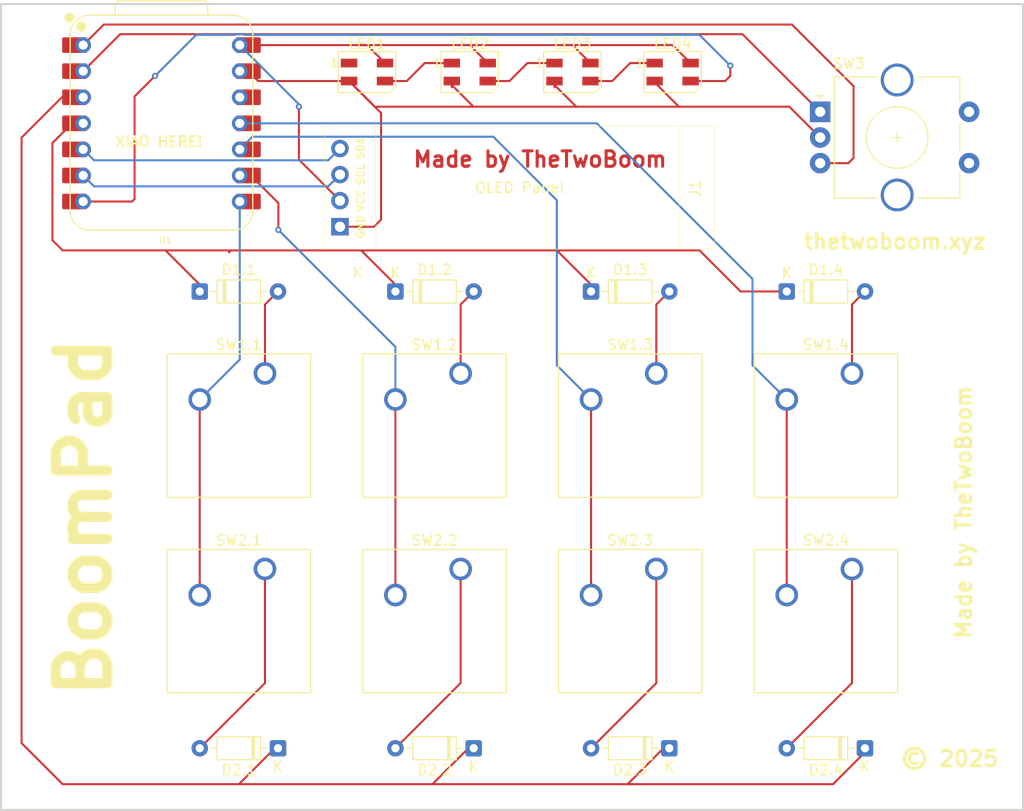
<source format=kicad_pcb>
(kicad_pcb (version 20241229) (generator "pcbnew") (generator_version "9.0")
  (layers (0 "F.Cu" signal) (2 "B.Cu" signal) (13 "F.Paste" user) (15 "B.Paste" user) (5 "F.SilkS" user "F.Silkscreen") (7 "B.SilkS" user "B.Silkscreen") (1 "F.Mask" user) (3 "B.Mask" user) (25 "Edge.Cuts" user))
  (net 0 "")
  (net 1 "+5V")
  (net 2 "GND")
  (net 3 "SCL")
  (net 4 "SDA")
  (net 5 "Net-(U1-GPIO1{slash}RX)")
  (net 6 "Net-(U1-GPIO2{slash}SCK)")
  (net 7 "Net-(U1-GPIO4{slash}MISO)")
  (net 8 "Net-(U1-GPIO26{slash}ADC0{slash}A0)")
  (net 9 "Net-(U1-GPIO27{slash}ADC1{slash}A1)")
  (net 10 "Net-(U1-GPIO3{slash}MOSI)")
  (net 13 "Net-(D1.1-K)")
  (net 14 "Net-(D1.1-A)")
  (net 15 "Net-(D1.2-A)")
  (net 16 "Net-(D1.3-A)")
  (net 17 "Net-(D1.4-A)")
  (net 18 "Net-(D2.1-A)")
  (net 19 "Net-(D2.1-K)")
  (net 20 "Net-(D2.2-A)")
  (net 21 "Net-(D2.3-A)")
  (net 22 "Net-(D2.4-A)")
  (net 24 "Net-(LED1-DIN)")
  (net 25 "Net-(LED2-DIN)")
  (net 26 "Net-(LED3-DIN)")
  (net 27 "Net-(LED4-DIN)")
  (footprint "Diode_THT:D_DO-35_SOD27_P7.62mm_Horizontal" (layer "F.Cu") (at 110.96625 150.5 180)
    (property "Reference" "D2.1" (at 3.81 -2.12 0) (layer "F.SilkS"))
    (property "Value" "1N4148" (hide yes))
    (fp_line (start 6.58 0) (end 5.93 0) (stroke (width 0.12)) (layer "F.SilkS"))
    (fp_line (start 2.53 -1.12) (end 2.53 1.12) (stroke (width 0.12)) (layer "F.SilkS"))
    (fp_line (start 2.41 -1.12) (end 2.41 1.12) (stroke (width 0.12)) (layer "F.SilkS"))
    (fp_line (start 2.29 -1.12) (end 2.29 1.12) (stroke (width 0.12)) (layer "F.SilkS"))
    (fp_line (start 1.04 0) (end 1.69 0) (stroke (width 0.12)) (layer "F.SilkS"))
    (fp_rect (start 1.69 -1.12) (end 5.93 1.12) (stroke (width 0.12)) (fill no) (layer "F.SilkS"))
    (fp_text user "K" (at 0 -1.8 0) (layer "F.SilkS"))
    (pad "1" thru_hole roundrect (at 0 0 180) (size 1.6 1.6) (drill 0.8) (layers "*.Cu" "*.Mask") (roundrect_rratio 0.15625) (net 19 "Net-(D2.1-K)"))
    (pad "2" thru_hole circle (at 7.62 0 180) (size 1.6 1.6) (drill 0.8) (layers "*.Cu" "*.Mask") (net 18 "Net-(D2.1-A)"))
  )
  (footprint "Button_Switch_Keyboard:SW_Cherry_MX_1.00u_PCB" (layer "F.Cu") (at 109.69625 133.0325)
    (property "Reference" "SW2.1" (at -2.54 -2.794 0) (layer "F.SilkS"))
    (property "Value" "SW_Push")
    (fp_line (start -9.525 -1.905) (end 4.445 -1.905) (stroke (width 0.12)) (layer "F.SilkS"))
    (fp_line (start -9.525 12.065) (end -9.525 -1.905) (stroke (width 0.12)) (layer "F.SilkS"))
    (fp_line (start 4.445 -1.905) (end 4.445 12.065) (stroke (width 0.12)) (layer "F.SilkS"))
    (fp_line (start 4.445 12.065) (end -9.525 12.065) (stroke (width 0.12)) (layer "F.SilkS"))
    (pad "" np_thru_hole circle (at -7.62 5.08) (size 1.7 1.7) (drill 1.7) (layers "*.Cu" "*.Mask"))
    (pad "" np_thru_hole circle (at -2.54 5.08) (size 4 4) (drill 4) (layers "*.Cu" "*.Mask"))
    (pad "" np_thru_hole circle (at 2.54 5.08) (size 1.7 1.7) (drill 1.7) (layers "*.Cu" "*.Mask"))
    (pad "1" thru_hole circle (at 0 0) (size 2.2 2.2) (drill 1.5) (layers "*.Cu" "*.Mask") (net 18 "Net-(D2.1-A)"))
    (pad "2" thru_hole circle (at -6.35 2.54) (size 2.2 2.2) (drill 1.5) (layers "*.Cu" "*.Mask") (net 5 "Net-(U1-GPIO1{slash}RX)"))
  )
  (footprint "Diode_THT:D_DO-35_SOD27_P7.62mm_Horizontal" (layer "F.Cu") (at 149.06625 150.5 180)
    (property "Reference" "D2.3" (at 3.81 -2.12 0) (layer "F.SilkS"))
    (property "Value" "1N4148" (hide yes))
    (fp_line (start 6.58 0) (end 5.93 0) (stroke (width 0.12)) (layer "F.SilkS"))
    (fp_line (start 2.53 -1.12) (end 2.53 1.12) (stroke (width 0.12)) (layer "F.SilkS"))
    (fp_line (start 2.41 -1.12) (end 2.41 1.12) (stroke (width 0.12)) (layer "F.SilkS"))
    (fp_line (start 2.29 -1.12) (end 2.29 1.12) (stroke (width 0.12)) (layer "F.SilkS"))
    (fp_line (start 1.04 0) (end 1.69 0) (stroke (width 0.12)) (layer "F.SilkS"))
    (fp_rect (start 1.69 -1.12) (end 5.93 1.12) (stroke (width 0.12)) (fill no) (layer "F.SilkS"))
    (fp_text user "K" (at 0 -1.8 0) (layer "F.SilkS"))
    (pad "1" thru_hole roundrect (at 0 0 180) (size 1.6 1.6) (drill 0.8) (layers "*.Cu" "*.Mask") (roundrect_rratio 0.15625) (net 19 "Net-(D2.1-K)"))
    (pad "2" thru_hole circle (at 7.62 0 180) (size 1.6 1.6) (drill 0.8) (layers "*.Cu" "*.Mask") (net 21 "Net-(D2.3-A)"))
  )
  (footprint "Diode_THT:D_DO-35_SOD27_P7.62mm_Horizontal" (layer "F.Cu") (at 168.11625 150.5 180)
    (property "Reference" "D2.4" (at 3.81 -2.12 0) (layer "F.SilkS"))
    (property "Value" "1N4148" (hide yes))
    (fp_line (start 6.58 0) (end 5.93 0) (stroke (width 0.12)) (layer "F.SilkS"))
    (fp_line (start 2.53 -1.12) (end 2.53 1.12) (stroke (width 0.12)) (layer "F.SilkS"))
    (fp_line (start 2.41 -1.12) (end 2.41 1.12) (stroke (width 0.12)) (layer "F.SilkS"))
    (fp_line (start 2.29 -1.12) (end 2.29 1.12) (stroke (width 0.12)) (layer "F.SilkS"))
    (fp_line (start 1.04 0) (end 1.69 0) (stroke (width 0.12)) (layer "F.SilkS"))
    (fp_rect (start 1.69 -1.12) (end 5.93 1.12) (stroke (width 0.12)) (fill no) (layer "F.SilkS"))
    (fp_text user "K" (at 0 -1.8 0) (layer "F.SilkS"))
    (pad "1" thru_hole roundrect (at 0 0 180) (size 1.6 1.6) (drill 0.8) (layers "*.Cu" "*.Mask") (roundrect_rratio 0.15625) (net 19 "Net-(D2.1-K)"))
    (pad "2" thru_hole circle (at 7.62 0 180) (size 1.6 1.6) (drill 0.8) (layers "*.Cu" "*.Mask") (net 22 "Net-(D2.4-A)"))
  )
  (footprint "Button_Switch_Keyboard:SW_Cherry_MX_1.00u_PCB" (layer "F.Cu") (at 166.84625 133.0325)
    (property "Reference" "SW2.4" (at -2.54 -2.794 0) (layer "F.SilkS"))
    (property "Value" "SW_Push")
    (fp_line (start -9.525 -1.905) (end 4.445 -1.905) (stroke (width 0.12)) (layer "F.SilkS"))
    (fp_line (start -9.525 12.065) (end -9.525 -1.905) (stroke (width 0.12)) (layer "F.SilkS"))
    (fp_line (start 4.445 -1.905) (end 4.445 12.065) (stroke (width 0.12)) (layer "F.SilkS"))
    (fp_line (start 4.445 12.065) (end -9.525 12.065) (stroke (width 0.12)) (layer "F.SilkS"))
    (pad "" np_thru_hole circle (at -7.62 5.08) (size 1.7 1.7) (drill 1.7) (layers "*.Cu" "*.Mask"))
    (pad "" np_thru_hole circle (at -2.54 5.08) (size 4 4) (drill 4) (layers "*.Cu" "*.Mask"))
    (pad "" np_thru_hole circle (at 2.54 5.08) (size 1.7 1.7) (drill 1.7) (layers "*.Cu" "*.Mask"))
    (pad "1" thru_hole circle (at 0 0) (size 2.2 2.2) (drill 1.5) (layers "*.Cu" "*.Mask") (net 22 "Net-(D2.4-A)"))
    (pad "2" thru_hole circle (at -6.35 2.54) (size 2.2 2.2) (drill 1.5) (layers "*.Cu" "*.Mask") (net 10 "Net-(U1-GPIO3{slash}MOSI)"))
  )
  (footprint "Diode_THT:D_DO-35_SOD27_P7.62mm_Horizontal" (layer "F.Cu") (at 141.44625 106)
    (property "Reference" "D1.3" (at 3.81 -2.12 0) (layer "F.SilkS"))
    (property "Value" "1N4148" (hide yes))
    (fp_line (start 1.04 0) (end 1.69 0) (stroke (width 0.12)) (layer "F.SilkS"))
    (fp_line (start 2.29 -1.12) (end 2.29 1.12) (stroke (width 0.12)) (layer "F.SilkS"))
    (fp_line (start 2.41 -1.12) (end 2.41 1.12) (stroke (width 0.12)) (layer "F.SilkS"))
    (fp_line (start 2.53 -1.12) (end 2.53 1.12) (stroke (width 0.12)) (layer "F.SilkS"))
    (fp_line (start 6.58 0) (end 5.93 0) (stroke (width 0.12)) (layer "F.SilkS"))
    (fp_rect (start 1.69 -1.12) (end 5.93 1.12) (stroke (width 0.12)) (fill no) (layer "F.SilkS"))
    (fp_text user "K" (at 0 -1.8 0) (layer "F.SilkS"))
    (pad "1" thru_hole roundrect (at 0 0) (size 1.6 1.6) (drill 0.8) (layers "*.Cu" "*.Mask") (roundrect_rratio 0.15625) (net 13 "Net-(D1.1-K)"))
    (pad "2" thru_hole circle (at 7.62 0) (size 1.6 1.6) (drill 0.8) (layers "*.Cu" "*.Mask") (net 16 "Net-(D1.3-A)"))
  )
  (footprint "LED_SMD:LED_SK6812MINI_PLCC4_3.5x3.5mm_P1.75mm" (layer "F.Cu") (at 149.385 84.625)
    (property "Reference" "LED4" (at 0 -2.75 0) (layer "F.SilkS"))
    (property "Value" "SK6812MINI")
    (fp_line (start -2.8 -2) (end -2.8 2) (stroke (width 0.12)) (layer "F.SilkS"))
    (fp_line (start -2.8 -2) (end 2.8 -2) (stroke (width 0.12)) (layer "F.SilkS"))
    (fp_line (start -2.8 2) (end 2.2 2) (stroke (width 0.12)) (layer "F.SilkS"))
    (fp_line (start 2.8 1.4) (end 2.2 2) (stroke (width 0.12)) (layer "F.SilkS"))
    (fp_line (start 2.8 1.4) (end 2.8 -2) (stroke (width 0.12)) (layer "F.SilkS"))
    (fp_text user "1" (at -3.2 -0.875 0) (layer "F.SilkS") (effects (font (size 0.8 0.8))))
    (pad "1" smd rect (at -1.75 -0.875) (size 1.6 0.85) (layers "F.Cu" "F.Mask" "F.Paste") (net 26 "Net-(LED3-DIN)"))
    (pad "2" smd rect (at -1.75 0.875) (size 1.6 0.85) (layers "F.Cu" "F.Mask" "F.Paste") (net 2 "GND"))
    (pad "3" smd rect (at 1.75 0.875) (size 1.6 0.85) (layers "F.Cu" "F.Mask" "F.Paste") (net 27 "Net-(LED4-DIN)"))
    (pad "4" smd rect (at 1.75 -0.875) (size 1.6 0.85) (layers "F.Cu" "F.Mask" "F.Paste") (net 1 "+5V"))
  )
  (footprint "Diode_THT:D_DO-35_SOD27_P7.62mm_Horizontal" (layer "F.Cu") (at 103.34625 106)
    (property "Reference" "D1.1" (at 3.81 -2.12 0) (layer "F.SilkS"))
    (property "Value" "1N4148" (hide yes))
    (fp_line (start 1.04 0) (end 1.69 0) (stroke (width 0.12)) (layer "F.SilkS"))
    (fp_line (start 2.29 -1.12) (end 2.29 1.12) (stroke (width 0.12)) (layer "F.SilkS"))
    (fp_line (start 2.41 -1.12) (end 2.41 1.12) (stroke (width 0.12)) (layer "F.SilkS"))
    (fp_line (start 2.53 -1.12) (end 2.53 1.12) (stroke (width 0.12)) (layer "F.SilkS"))
    (fp_line (start 6.58 0) (end 5.93 0) (stroke (width 0.12)) (layer "F.SilkS"))
    (fp_rect (start 1.69 -1.12) (end 5.93 1.12) (stroke (width 0.12)) (fill no) (layer "F.SilkS"))
    (fp_text user "K" (at 15.385 -1.8 0) (layer "F.SilkS"))
    (pad "1" thru_hole roundrect (at 0 0) (size 1.6 1.6) (drill 0.8) (layers "*.Cu" "*.Mask") (roundrect_rratio 0.15625) (net 13 "Net-(D1.1-K)"))
    (pad "2" thru_hole circle (at 7.62 0) (size 1.6 1.6) (drill 0.8) (layers "*.Cu" "*.Mask") (net 14 "Net-(D1.1-A)"))
  )
  (footprint "OLED_Display:SSD1306-0.91-OLED-4pin-128x32" (layer "F.Cu") (at 153.5 101.885 180)
    (property "Reference" "J1" (at 1.9 5.91 90) (layer "F.SilkS"))
    (property "Value" "Conn_01x04_Pin" (hide yes))
    (fp_line (start 38 12) (end 38 0) (stroke (width 0.04)) (layer "F.SilkS"))
    (fp_line (start 38 0) (end 0 0) (stroke (width 0.04)) (layer "F.SilkS"))
    (fp_line (start 33 0) (end 33 12) (stroke (width 0.04)) (layer "F.SilkS"))
    (fp_line (start 3.5 0) (end 3.5 12) (stroke (width 0.04)) (layer "F.SilkS"))
    (fp_line (start 0 12) (end 38 12) (stroke (width 0.04)) (layer "F.SilkS"))
    (fp_line (start 0 0) (end 0 12) (stroke (width 0.04)) (layer "F.SilkS"))
    (fp_text user "VCC" (at 34.5 4.73 90) (layer "F.SilkS") (effects (font (size 0.75 0.75))))
    (fp_text user "SDA" (at 34.5 9.81 90) (layer "F.SilkS") (effects (font (size 0.75 0.75))))
    (fp_text user "SCL" (at 34.5 7.27 90) (layer "F.SilkS") (effects (font (size 0.75 0.75))))
    (fp_text user "GND" (at 34.5 2.19 90) (layer "F.SilkS") (effects (font (size 0.75 0.75))))
    (fp_text user "OLED Panel" (at 19 6 0) (layer "F.SilkS"))
    (pad "1" thru_hole rect (at 36.5 2.19 180) (size 1.7 1.7) (drill 1) (layers "*.Cu" "*.Mask") (net 2 "GND"))
    (pad "2" thru_hole oval (at 36.5 4.73 180) (size 1.7 1.7) (drill 1) (layers "*.Cu" "*.Mask") (net 1 "+5V"))
    (pad "3" thru_hole oval (at 36.5 7.27 180) (size 1.7 1.7) (drill 1) (layers "*.Cu" "*.Mask") (net 3 "SCL"))
    (pad "4" thru_hole oval (at 36.5 9.81 180) (size 1.7 1.7) (drill 1) (layers "*.Cu" "*.Mask") (net 4 "SDA"))
  )
  (footprint "Rotary_Encoder:RotaryEncoder_Alps_EC11E-Switch_Vertical_H20mm_CircularMountingHoles" (layer "F.Cu") (at 163.75 88.5)
    (property "Reference" "SW3" (at 2.8 -4.7 0) (layer "F.SilkS"))
    (property "Value" "RotaryEncoder")
    (fp_line (start -0.3 -1.6) (end 0.3 -1.6) (stroke (width 0.12)) (layer "F.SilkS"))
    (fp_line (start 0 -1.3) (end -0.3 -1.6) (stroke (width 0.12)) (layer "F.SilkS"))
    (fp_line (start 0.3 -1.6) (end 0 -1.3) (stroke (width 0.12)) (layer "F.SilkS"))
    (fp_line (start 1.4 -3.4) (end 1.4 8.4) (stroke (width 0.12)) (layer "F.SilkS"))
    (fp_line (start 5.5 -3.4) (end 1.4 -3.4) (stroke (width 0.12)) (layer "F.SilkS"))
    (fp_line (start 5.5 8.4) (end 1.4 8.4) (stroke (width 0.12)) (layer "F.SilkS"))
    (fp_line (start 7 2.5) (end 8 2.5) (stroke (width 0.12)) (layer "F.SilkS"))
    (fp_line (start 7.5 2) (end 7.5 3) (stroke (width 0.12)) (layer "F.SilkS"))
    (fp_line (start 9.5 -3.4) (end 13.6 -3.4) (stroke (width 0.12)) (layer "F.SilkS"))
    (fp_line (start 13.6 -3.4) (end 13.6 -1) (stroke (width 0.12)) (layer "F.SilkS"))
    (fp_line (start 13.6 1.2) (end 13.6 3.8) (stroke (width 0.12)) (layer "F.SilkS"))
    (fp_line (start 13.6 6) (end 13.6 8.4) (stroke (width 0.12)) (layer "F.SilkS"))
    (fp_line (start 13.6 8.4) (end 9.5 8.4) (stroke (width 0.12)) (layer "F.SilkS"))
    (fp_circle (center 7.5 2.5) (end 10.5 2.5) (stroke (width 0.12)) (fill no) (layer "F.SilkS"))
    (pad "A" thru_hole rect (at 0 0) (size 2 2) (drill 1) (layers "*.Cu" "*.Mask") (net 9 "Net-(U1-GPIO27{slash}ADC1{slash}A1)"))
    (pad "B" thru_hole circle (at 0 5) (size 2 2) (drill 1) (layers "*.Cu" "*.Mask") (net 8 "Net-(U1-GPIO26{slash}ADC0{slash}A0)"))
    (pad "C" thru_hole circle (at 0 2.5) (size 2 2) (drill 1) (layers "*.Cu" "*.Mask") (net 2 "GND"))
    (pad "MP" thru_hole circle (at 7.5 -3.1) (size 3.2 3.2) (drill 2.6) (layers "*.Cu" "*.Mask"))
    (pad "MP" thru_hole circle (at 7.5 8.1) (size 3.2 3.2) (drill 2.6) (layers "*.Cu" "*.Mask"))
    (pad "S1" thru_hole circle (at 14.5 5) (size 2 2) (drill 1) (layers "*.Cu" "*.Mask"))
    (pad "S2" thru_hole circle (at 14.5 0) (size 2 2) (drill 1) (layers "*.Cu" "*.Mask"))
  )
  (footprint "LED_SMD:LED_SK6812MINI_PLCC4_3.5x3.5mm_P1.75mm" (layer "F.Cu") (at 119.635 84.625)
    (property "Reference" "LED1" (at 0 -2.75 0) (layer "F.SilkS"))
    (property "Value" "SK6812MINI")
    (fp_line (start -2.8 -2) (end -2.8 2) (stroke (width 0.12)) (layer "F.SilkS"))
    (fp_line (start -2.8 -2) (end 2.8 -2) (stroke (width 0.12)) (layer "F.SilkS"))
    (fp_line (start -2.8 2) (end 2.2 2) (stroke (width 0.12)) (layer "F.SilkS"))
    (fp_line (start 2.8 1.4) (end 2.2 2) (stroke (width 0.12)) (layer "F.SilkS"))
    (fp_line (start 2.8 1.4) (end 2.8 -2) (stroke (width 0.12)) (layer "F.SilkS"))
    (fp_text user "1" (at -3.2 -0.875 0) (layer "F.SilkS") (effects (font (size 0.8 0.8))))
    (pad "1" smd rect (at -1.75 -0.875) (size 1.6 0.85) (layers "F.Cu" "F.Mask" "F.Paste"))
    (pad "2" smd rect (at -1.75 0.875) (size 1.6 0.85) (layers "F.Cu" "F.Mask" "F.Paste") (net 2 "GND"))
    (pad "3" smd rect (at 1.75 0.875) (size 1.6 0.85) (layers "F.Cu" "F.Mask" "F.Paste") (net 24 "Net-(LED1-DIN)"))
    (pad "4" smd rect (at 1.75 -0.875) (size 1.6 0.85) (layers "F.Cu" "F.Mask" "F.Paste") (net 1 "+5V"))
  )
  (footprint "Diode_THT:D_DO-35_SOD27_P7.62mm_Horizontal" (layer "F.Cu") (at 160.49625 106)
    (property "Reference" "D1.4" (at 3.81 -2.12 0) (layer "F.SilkS"))
    (property "Value" "1N4148" (hide yes))
    (fp_line (start 1.04 0) (end 1.69 0) (stroke (width 0.12)) (layer "F.SilkS"))
    (fp_line (start 2.29 -1.12) (end 2.29 1.12) (stroke (width 0.12)) (layer "F.SilkS"))
    (fp_line (start 2.41 -1.12) (end 2.41 1.12) (stroke (width 0.12)) (layer "F.SilkS"))
    (fp_line (start 2.53 -1.12) (end 2.53 1.12) (stroke (width 0.12)) (layer "F.SilkS"))
    (fp_line (start 6.58 0) (end 5.93 0) (stroke (width 0.12)) (layer "F.SilkS"))
    (fp_rect (start 1.69 -1.12) (end 5.93 1.12) (stroke (width 0.12)) (fill no) (layer "F.SilkS"))
    (fp_text user "K" (at 0 -1.8 0) (layer "F.SilkS"))
    (pad "1" thru_hole roundrect (at 0 0) (size 1.6 1.6) (drill 0.8) (layers "*.Cu" "*.Mask") (roundrect_rratio 0.15625) (net 13 "Net-(D1.1-K)"))
    (pad "2" thru_hole circle (at 7.62 0) (size 1.6 1.6) (drill 0.8) (layers "*.Cu" "*.Mask") (net 17 "Net-(D1.4-A)"))
  )
  (footprint "Button_Switch_Keyboard:SW_Cherry_MX_1.00u_PCB" (layer "F.Cu") (at 128.74625 133.0325)
    (property "Reference" "SW2.2" (at -2.54 -2.794 0) (layer "F.SilkS"))
    (property "Value" "SW_Push")
    (fp_line (start -9.525 -1.905) (end 4.445 -1.905) (stroke (width 0.12)) (layer "F.SilkS"))
    (fp_line (start -9.525 12.065) (end -9.525 -1.905) (stroke (width 0.12)) (layer "F.SilkS"))
    (fp_line (start 4.445 -1.905) (end 4.445 12.065) (stroke (width 0.12)) (layer "F.SilkS"))
    (fp_line (start 4.445 12.065) (end -9.525 12.065) (stroke (width 0.12)) (layer "F.SilkS"))
    (pad "" np_thru_hole circle (at -7.62 5.08) (size 1.7 1.7) (drill 1.7) (layers "*.Cu" "*.Mask"))
    (pad "" np_thru_hole circle (at -2.54 5.08) (size 4 4) (drill 4) (layers "*.Cu" "*.Mask"))
    (pad "" np_thru_hole circle (at 2.54 5.08) (size 1.7 1.7) (drill 1.7) (layers "*.Cu" "*.Mask"))
    (pad "1" thru_hole circle (at 0 0) (size 2.2 2.2) (drill 1.5) (layers "*.Cu" "*.Mask") (net 20 "Net-(D2.2-A)"))
    (pad "2" thru_hole circle (at -6.35 2.54) (size 2.2 2.2) (drill 1.5) (layers "*.Cu" "*.Mask") (net 6 "Net-(U1-GPIO2{slash}SCK)"))
  )
  (footprint "Diode_THT:D_DO-35_SOD27_P7.62mm_Horizontal" (layer "F.Cu") (at 130.01625 150.5 180)
    (property "Reference" "D2.2" (at 3.81 -2.12 0) (layer "F.SilkS"))
    (property "Value" "1N4148" (hide yes))
    (fp_line (start 6.58 0) (end 5.93 0) (stroke (width 0.12)) (layer "F.SilkS"))
    (fp_line (start 2.53 -1.12) (end 2.53 1.12) (stroke (width 0.12)) (layer "F.SilkS"))
    (fp_line (start 2.41 -1.12) (end 2.41 1.12) (stroke (width 0.12)) (layer "F.SilkS"))
    (fp_line (start 2.29 -1.12) (end 2.29 1.12) (stroke (width 0.12)) (layer "F.SilkS"))
    (fp_line (start 1.04 0) (end 1.69 0) (stroke (width 0.12)) (layer "F.SilkS"))
    (fp_rect (start 1.69 -1.12) (end 5.93 1.12) (stroke (width 0.12)) (fill no) (layer "F.SilkS"))
    (fp_text user "K" (at 0 -1.8 0) (layer "F.SilkS"))
    (pad "1" thru_hole roundrect (at 0 0 180) (size 1.6 1.6) (drill 0.8) (layers "*.Cu" "*.Mask") (roundrect_rratio 0.15625) (net 19 "Net-(D2.1-K)"))
    (pad "2" thru_hole circle (at 7.62 0 180) (size 1.6 1.6) (drill 0.8) (layers "*.Cu" "*.Mask") (net 20 "Net-(D2.2-A)"))
  )
  (footprint "Button_Switch_Keyboard:SW_Cherry_MX_1.00u_PCB" (layer "F.Cu") (at 147.79625 133.0325)
    (property "Reference" "SW2.3" (at -2.54 -2.794 0) (layer "F.SilkS"))
    (property "Value" "SW_Push")
    (fp_line (start -9.525 -1.905) (end 4.445 -1.905) (stroke (width 0.12)) (layer "F.SilkS"))
    (fp_line (start -9.525 12.065) (end -9.525 -1.905) (stroke (width 0.12)) (layer "F.SilkS"))
    (fp_line (start 4.445 -1.905) (end 4.445 12.065) (stroke (width 0.12)) (layer "F.SilkS"))
    (fp_line (start 4.445 12.065) (end -9.525 12.065) (stroke (width 0.12)) (layer "F.SilkS"))
    (pad "" np_thru_hole circle (at -7.62 5.08) (size 1.7 1.7) (drill 1.7) (layers "*.Cu" "*.Mask"))
    (pad "" np_thru_hole circle (at -2.54 5.08) (size 4 4) (drill 4) (layers "*.Cu" "*.Mask"))
    (pad "" np_thru_hole circle (at 2.54 5.08) (size 1.7 1.7) (drill 1.7) (layers "*.Cu" "*.Mask"))
    (pad "1" thru_hole circle (at 0 0) (size 2.2 2.2) (drill 1.5) (layers "*.Cu" "*.Mask") (net 21 "Net-(D2.3-A)"))
    (pad "2" thru_hole circle (at -6.35 2.54) (size 2.2 2.2) (drill 1.5) (layers "*.Cu" "*.Mask") (net 7 "Net-(U1-GPIO4{slash}MISO)"))
  )
  (footprint "Button_Switch_Keyboard:SW_Cherry_MX_1.00u_PCB" (layer "F.Cu") (at 147.79625 113.9825)
    (property "Reference" "SW1.3" (at -2.54 -2.794 0) (layer "F.SilkS"))
    (property "Value" "SW_Push")
    (fp_line (start -9.525 -1.905) (end 4.445 -1.905) (stroke (width 0.12)) (layer "F.SilkS"))
    (fp_line (start -9.525 12.065) (end -9.525 -1.905) (stroke (width 0.12)) (layer "F.SilkS"))
    (fp_line (start 4.445 -1.905) (end 4.445 12.065) (stroke (width 0.12)) (layer "F.SilkS"))
    (fp_line (start 4.445 12.065) (end -9.525 12.065) (stroke (width 0.12)) (layer "F.SilkS"))
    (pad "" np_thru_hole circle (at -7.62 5.08) (size 1.7 1.7) (drill 1.7) (layers "*.Cu" "*.Mask"))
    (pad "" np_thru_hole circle (at -2.54 5.08) (size 4 4) (drill 4) (layers "*.Cu" "*.Mask"))
    (pad "" np_thru_hole circle (at 2.54 5.08) (size 1.7 1.7) (drill 1.7) (layers "*.Cu" "*.Mask"))
    (pad "1" thru_hole circle (at 0 0) (size 2.2 2.2) (drill 1.5) (layers "*.Cu" "*.Mask") (net 16 "Net-(D1.3-A)"))
    (pad "2" thru_hole circle (at -6.35 2.54) (size 2.2 2.2) (drill 1.5) (layers "*.Cu" "*.Mask") (net 7 "Net-(U1-GPIO4{slash}MISO)"))
  )
  (footprint "OPL:XIAO-RP2040-DIP" (layer "F.Cu") (at 99.62 89.62)
    (property "Reference" "U1" (at 0.38 11.38 0) (layer "F.SilkS") (effects (font (size 0.635 0.635) (thickness 0.1016))))
    (property "Value" "XIAO-RP2040-DIP")
    (fp_line (start -8.89 8.509) (end -8.89 -8.636) (stroke (width 0.127)) (layer "F.SilkS"))
    (fp_line (start -6.985 10.414) (end 6.985 10.414) (stroke (width 0.127)) (layer "F.SilkS"))
    (fp_line (start -4.495 -10.541) (end -4.491272 -11.451272) (stroke (width 0.127)) (layer "F.SilkS"))
    (fp_line (start -3.991272 -11.951) (end 4.004 -11.951) (stroke (width 0.127)) (layer "F.SilkS"))
    (fp_line (start 4.504 -11.451) (end 4.504 -10.541) (stroke (width 0.127)) (layer "F.SilkS"))
    (fp_line (start 6.985 -10.541) (end -6.985 -10.541) (stroke (width 0.1)) (layer "F.SilkS"))
    (fp_line (start 6.985 -10.541) (end -6.985 -10.541) (stroke (width 0.127)) (layer "F.SilkS"))
    (fp_line (start 8.89 8.509) (end 8.89 -8.636) (stroke (width 0.127)) (layer "F.SilkS"))
    (fp_arc (start -8.89 -8.636) (mid -8.332038 -9.983038) (end -6.985 -10.541) (stroke (width 0.127)) (layer "F.SilkS"))
    (fp_arc (start -6.985 10.414) (mid -8.332038 9.856038) (end -8.89 8.509) (stroke (width 0.127)) (layer "F.SilkS"))
    (fp_arc (start -4.491272 -11.451272) (mid -4.344728 -11.80464) (end -3.991272 -11.951) (stroke (width 0.127)) (layer "F.SilkS"))
    (fp_arc (start 4.004 -11.951) (mid 4.357553 -11.804553) (end 4.504 -11.451) (stroke (width 0.127)) (layer "F.SilkS"))
    (fp_arc (start 6.985 -10.541) (mid 8.332038 -9.983038) (end 8.89 -8.636) (stroke (width 0.127)) (layer "F.SilkS"))
    (fp_arc (start 8.89 8.509) (mid 8.332038 9.856038) (end 6.985 10.414) (stroke (width 0.127)) (layer "F.SilkS"))
    (fp_circle (center -8.95 -10.3) (end -8.95 -10.554) (stroke (width 0.5)) (fill yes) (layer "F.SilkS"))
    (fp_circle (center -7.807 -9.42) (end -7.807 -9.674) (stroke (width 0.5)) (fill yes) (layer "F.SilkS"))
    (pad "1" smd roundrect (at -8.455 -7.62 180) (size 2.432 1.524) (layers "F.Cu" "F.Mask") (roundrect_rratio 0.1) (net 8 "Net-(U1-GPIO26{slash}ADC0{slash}A0)"))
    (pad "1" thru_hole circle (at -7.62 -7.62 180) (size 1.524 1.524) (drill 0.889) (layers "*.Cu" "*.Mask") (net 8 "Net-(U1-GPIO26{slash}ADC0{slash}A0)"))
    (pad "2" smd roundrect (at -8.455 -5.08 180) (size 2.432 1.524) (layers "F.Cu" "F.Mask") (roundrect_rratio 0.1) (net 9 "Net-(U1-GPIO27{slash}ADC1{slash}A1)"))
    (pad "2" thru_hole circle (at -7.62 -5.08 180) (size 1.524 1.524) (drill 0.889) (layers "*.Cu" "*.Mask") (net 9 "Net-(U1-GPIO27{slash}ADC1{slash}A1)"))
    (pad "3" smd roundrect (at -8.455 -2.54 180) (size 2.432 1.524) (layers "F.Cu" "F.Mask") (roundrect_rratio 0.1) (net 19 "Net-(D2.1-K)"))
    (pad "3" thru_hole circle (at -7.62 -2.54 180) (size 1.524 1.524) (drill 0.889) (layers "*.Cu" "*.Mask") (net 19 "Net-(D2.1-K)"))
    (pad "4" smd roundrect (at -8.455 0 180) (size 2.432 1.524) (layers "F.Cu" "F.Mask") (roundrect_rratio 0.1) (net 13 "Net-(D1.1-K)"))
    (pad "4" thru_hole circle (at -7.62 0 180) (size 1.524 1.524) (drill 0.889) (layers "*.Cu" "*.Mask") (net 13 "Net-(D1.1-K)"))
    (pad "5" smd roundrect (at -8.455 2.54 180) (size 2.432 1.524) (layers "F.Cu" "F.Mask") (roundrect_rratio 0.1) (net 4 "SDA"))
    (pad "5" thru_hole circle (at -7.62 2.54 180) (size 1.524 1.524) (drill 0.889) (layers "*.Cu" "*.Mask") (net 4 "SDA"))
    (pad "6" smd roundrect (at -8.455 5.08 180) (size 2.432 1.524) (layers "F.Cu" "F.Mask") (roundrect_rratio 0.1) (net 3 "SCL"))
    (pad "6" thru_hole circle (at -7.62 5.08 180) (size 1.524 1.524) (drill 0.889) (layers "*.Cu" "*.Mask") (net 3 "SCL"))
    (pad "7" smd roundrect (at -8.455 7.62 180) (size 2.432 1.524) (layers "F.Cu" "F.Mask") (roundrect_rratio 0.1) (net 27 "Net-(LED4-DIN)"))
    (pad "7" thru_hole circle (at -7.62 7.62 180) (size 1.524 1.524) (drill 0.889) (layers "*.Cu" "*.Mask") (net 27 "Net-(LED4-DIN)"))
    (pad "8" thru_hole circle (at 7.62 7.62) (size 1.524 1.524) (drill 0.889) (layers "*.Cu" "*.Mask") (net 5 "Net-(U1-GPIO1{slash}RX)"))
    (pad "8" smd roundrect (at 8.455 7.62) (size 2.432 1.524) (layers "F.Cu" "F.Mask") (roundrect_rratio 0.1) (net 5 "Net-(U1-GPIO1{slash}RX)"))
    (pad "9" thru_hole circle (at 7.62 5.08) (size 1.524 1.524) (drill 0.889) (layers "*.Cu" "*.Mask") (net 6 "Net-(U1-GPIO2{slash}SCK)"))
    (pad "9" smd roundrect (at 8.455 5.08) (size 2.432 1.524) (layers "F.Cu" "F.Mask") (roundrect_rratio 0.1) (net 6 "Net-(U1-GPIO2{slash}SCK)"))
    (pad "10" thru_hole circle (at 7.62 2.54) (size 1.524 1.524) (drill 0.889) (layers "*.Cu" "*.Mask") (net 7 "Net-(U1-GPIO4{slash}MISO)"))
    (pad "10" smd roundrect (at 8.455 2.54) (size 2.432 1.524) (layers "F.Cu" "F.Mask") (roundrect_rratio 0.1) (net 7 "Net-(U1-GPIO4{slash}MISO)"))
    (pad "11" thru_hole circle (at 7.62 0) (size 1.524 1.524) (drill 0.889) (layers "*.Cu" "*.Mask") (net 10 "Net-(U1-GPIO3{slash}MOSI)"))
    (pad "11" smd roundrect (at 8.455 0) (size 2.432 1.524) (layers "F.Cu" "F.Mask") (roundrect_rratio 0.1) (net 10 "Net-(U1-GPIO3{slash}MOSI)"))
    (pad "12" thru_hole circle (at 7.62 -2.54) (size 1.524 1.524) (drill 0.889) (layers "*.Cu" "*.Mask"))
    (pad "12" smd roundrect (at 8.455 -2.54) (size 2.432 1.524) (layers "F.Cu" "F.Mask") (roundrect_rratio 0.1))
    (pad "13" thru_hole circle (at 7.62 -5.08) (size 1.524 1.524) (drill 0.889) (layers "*.Cu" "*.Mask") (net 2 "GND"))
    (pad "13" smd roundrect (at 8.455 -5.08) (size 2.432 1.524) (layers "F.Cu" "F.Mask") (roundrect_rratio 0.1) (net 2 "GND"))
    (pad "14" thru_hole circle (at 7.62 -7.62) (size 1.524 1.524) (drill 0.889) (layers "*.Cu" "*.Mask") (net 1 "+5V"))
    (pad "14" smd roundrect (at 8.455 -7.62) (size 2.432 1.524) (layers "F.Cu" "F.Mask") (roundrect_rratio 0.1) (net 1 "+5V"))
  )
  (footprint "Button_Switch_Keyboard:SW_Cherry_MX_1.00u_PCB" (layer "F.Cu") (at 109.69625 113.9825)
    (property "Reference" "SW1.1" (at -2.54 -2.794 0) (layer "F.SilkS"))
    (property "Value" "SW_Push")
    (fp_line (start -9.525 -1.905) (end 4.445 -1.905) (stroke (width 0.12)) (layer "F.SilkS"))
    (fp_line (start -9.525 12.065) (end -9.525 -1.905) (stroke (width 0.12)) (layer "F.SilkS"))
    (fp_line (start 4.445 -1.905) (end 4.445 12.065) (stroke (width 0.12)) (layer "F.SilkS"))
    (fp_line (start 4.445 12.065) (end -9.525 12.065) (stroke (width 0.12)) (layer "F.SilkS"))
    (pad "" np_thru_hole circle (at -7.62 5.08) (size 1.7 1.7) (drill 1.7) (layers "*.Cu" "*.Mask"))
    (pad "" np_thru_hole circle (at -2.54 5.08) (size 4 4) (drill 4) (layers "*.Cu" "*.Mask"))
    (pad "" np_thru_hole circle (at 2.54 5.08) (size 1.7 1.7) (drill 1.7) (layers "*.Cu" "*.Mask"))
    (pad "1" thru_hole circle (at 0 0) (size 2.2 2.2) (drill 1.5) (layers "*.Cu" "*.Mask") (net 14 "Net-(D1.1-A)"))
    (pad "2" thru_hole circle (at -6.35 2.54) (size 2.2 2.2) (drill 1.5) (layers "*.Cu" "*.Mask") (net 5 "Net-(U1-GPIO1{slash}RX)"))
  )
  (footprint "Button_Switch_Keyboard:SW_Cherry_MX_1.00u_PCB" (layer "F.Cu") (at 128.74625 113.9825)
    (property "Reference" "SW1.2" (at -2.54 -2.794 0) (layer "F.SilkS"))
    (property "Value" "SW_Push")
    (fp_line (start -9.525 -1.905) (end 4.445 -1.905) (stroke (width 0.12)) (layer "F.SilkS"))
    (fp_line (start -9.525 12.065) (end -9.525 -1.905) (stroke (width 0.12)) (layer "F.SilkS"))
    (fp_line (start 4.445 -1.905) (end 4.445 12.065) (stroke (width 0.12)) (layer "F.SilkS"))
    (fp_line (start 4.445 12.065) (end -9.525 12.065) (stroke (width 0.12)) (layer "F.SilkS"))
    (pad "" np_thru_hole circle (at -7.62 5.08) (size 1.7 1.7) (drill 1.7) (layers "*.Cu" "*.Mask"))
    (pad "" np_thru_hole circle (at -2.54 5.08) (size 4 4) (drill 4) (layers "*.Cu" "*.Mask"))
    (pad "" np_thru_hole circle (at 2.54 5.08) (size 1.7 1.7) (drill 1.7) (layers "*.Cu" "*.Mask"))
    (pad "1" thru_hole circle (at 0 0) (size 2.2 2.2) (drill 1.5) (layers "*.Cu" "*.Mask") (net 15 "Net-(D1.2-A)"))
    (pad "2" thru_hole circle (at -6.35 2.54) (size 2.2 2.2) (drill 1.5) (layers "*.Cu" "*.Mask") (net 6 "Net-(U1-GPIO2{slash}SCK)"))
  )
  (footprint "LED_SMD:LED_SK6812MINI_PLCC4_3.5x3.5mm_P1.75mm" (layer "F.Cu") (at 129.635 84.625)
    (property "Reference" "LED2" (at 0 -2.75 0) (layer "F.SilkS"))
    (property "Value" "SK6812MINI")
    (fp_line (start -2.8 -2) (end -2.8 2) (stroke (width 0.12)) (layer "F.SilkS"))
    (fp_line (start -2.8 -2) (end 2.8 -2) (stroke (width 0.12)) (layer "F.SilkS"))
    (fp_line (start -2.8 2) (end 2.2 2) (stroke (width 0.12)) (layer "F.SilkS"))
    (fp_line (start 2.8 1.4) (end 2.2 2) (stroke (width 0.12)) (layer "F.SilkS"))
    (fp_line (start 2.8 1.4) (end 2.8 -2) (stroke (width 0.12)) (layer "F.SilkS"))
    (fp_text user "1" (at -3.2 -0.875 0) (layer "F.SilkS") (effects (font (size 0.8 0.8))))
    (pad "1" smd rect (at -1.75 -0.875) (size 1.6 0.85) (layers "F.Cu" "F.Mask" "F.Paste") (net 24 "Net-(LED1-DIN)"))
    (pad "2" smd rect (at -1.75 0.875) (size 1.6 0.85) (layers "F.Cu" "F.Mask" "F.Paste") (net 2 "GND"))
    (pad "3" smd rect (at 1.75 0.875) (size 1.6 0.85) (layers "F.Cu" "F.Mask" "F.Paste") (net 25 "Net-(LED2-DIN)"))
    (pad "4" smd rect (at 1.75 -0.875) (size 1.6 0.85) (layers "F.Cu" "F.Mask" "F.Paste") (net 1 "+5V"))
  )
  (footprint "LED_SMD:LED_SK6812MINI_PLCC4_3.5x3.5mm_P1.75mm" (layer "F.Cu") (at 139.635 84.625)
    (property "Reference" "LED3" (at 0 -2.75 0) (layer "F.SilkS"))
    (property "Value" "SK6812MINI")
    (fp_line (start -2.8 -2) (end -2.8 2) (stroke (width 0.12)) (layer "F.SilkS"))
    (fp_line (start -2.8 -2) (end 2.8 -2) (stroke (width 0.12)) (layer "F.SilkS"))
    (fp_line (start -2.8 2) (end 2.2 2) (stroke (width 0.12)) (layer "F.SilkS"))
    (fp_line (start 2.8 1.4) (end 2.2 2) (stroke (width 0.12)) (layer "F.SilkS"))
    (fp_line (start 2.8 1.4) (end 2.8 -2) (stroke (width 0.12)) (layer "F.SilkS"))
    (fp_text user "1" (at -3.2 -0.875 0) (layer "F.SilkS") (effects (font (size 0.8 0.8))))
    (pad "1" smd rect (at -1.75 -0.875) (size 1.6 0.85) (layers "F.Cu" "F.Mask" "F.Paste") (net 25 "Net-(LED2-DIN)"))
    (pad "2" smd rect (at -1.75 0.875) (size 1.6 0.85) (layers "F.Cu" "F.Mask" "F.Paste") (net 2 "GND"))
    (pad "3" smd rect (at 1.75 0.875) (size 1.6 0.85) (layers "F.Cu" "F.Mask" "F.Paste") (net 26 "Net-(LED3-DIN)"))
    (pad "4" smd rect (at 1.75 -0.875) (size 1.6 0.85) (layers "F.Cu" "F.Mask" "F.Paste") (net 1 "+5V"))
  )
  (footprint "Button_Switch_Keyboard:SW_Cherry_MX_1.00u_PCB" (layer "F.Cu") (at 166.84625 113.9825)
    (property "Reference" "SW1.4" (at -2.54 -2.794 0) (layer "F.SilkS"))
    (property "Value" "SW_Push")
    (fp_line (start -9.525 -1.905) (end 4.445 -1.905) (stroke (width 0.12)) (layer "F.SilkS"))
    (fp_line (start -9.525 12.065) (end -9.525 -1.905) (stroke (width 0.12)) (layer "F.SilkS"))
    (fp_line (start 4.445 -1.905) (end 4.445 12.065) (stroke (width 0.12)) (layer "F.SilkS"))
    (fp_line (start 4.445 12.065) (end -9.525 12.065) (stroke (width 0.12)) (layer "F.SilkS"))
    (pad "" np_thru_hole circle (at -7.62 5.08) (size 1.7 1.7) (drill 1.7) (layers "*.Cu" "*.Mask"))
    (pad "" np_thru_hole circle (at -2.54 5.08) (size 4 4) (drill 4) (layers "*.Cu" "*.Mask"))
    (pad "" np_thru_hole circle (at 2.54 5.08) (size 1.7 1.7) (drill 1.7) (layers "*.Cu" "*.Mask"))
    (pad "1" thru_hole circle (at 0 0) (size 2.2 2.2) (drill 1.5) (layers "*.Cu" "*.Mask") (net 17 "Net-(D1.4-A)"))
    (pad "2" thru_hole circle (at -6.35 2.54) (size 2.2 2.2) (drill 1.5) (layers "*.Cu" "*.Mask") (net 10 "Net-(U1-GPIO3{slash}MOSI)"))
  )
  (footprint "Diode_THT:D_DO-35_SOD27_P7.62mm_Horizontal" (layer "F.Cu") (at 122.39625 106)
    (property "Reference" "D1.2" (at 3.81 -2.12 0) (layer "F.SilkS"))
    (property "Value" "1N4148" (hide yes))
    (fp_line (start 1.04 0) (end 1.69 0) (stroke (width 0.12)) (layer "F.SilkS"))
    (fp_line (start 2.29 -1.12) (end 2.29 1.12) (stroke (width 0.12)) (layer "F.SilkS"))
    (fp_line (start 2.41 -1.12) (end 2.41 1.12) (stroke (width 0.12)) (layer "F.SilkS"))
    (fp_line (start 2.53 -1.12) (end 2.53 1.12) (stroke (width 0.12)) (layer "F.SilkS"))
    (fp_line (start 6.58 0) (end 5.93 0) (stroke (width 0.12)) (layer "F.SilkS"))
    (fp_rect (start 1.69 -1.12) (end 5.93 1.12) (stroke (width 0.12)) (fill no) (layer "F.SilkS"))
    (fp_text user "K" (at 0 -1.8 0) (layer "F.SilkS"))
    (pad "1" thru_hole roundrect (at 0 0) (size 1.6 1.6) (drill 0.8) (layers "*.Cu" "*.Mask") (roundrect_rratio 0.15625) (net 13 "Net-(D1.1-K)"))
    (pad "2" thru_hole circle (at 7.62 0) (size 1.6 1.6) (drill 0.8) (layers "*.Cu" "*.Mask") (net 15 "Net-(D1.2-A)"))
  )
  (gr_rect (start 84 78) (end 183.49875 156.5) (stroke (width 0.2)) (fill no) (layer "Edge.Cuts"))
  (gr_text "Made by TheTwoBoom" (at 124 94 0) (layer "F.Cu") (effects (font (size 1.5 1.5) (thickness 0.3) (bold yes)) (justify left bottom)))
  (gr_text "thetwoboom.xyz" (at 162 102 0) (layer "F.SilkS") (effects (font (size 1.5 1.5) (thickness 0.3) (bold yes)) (justify left bottom)))
  (gr_text "© 2025" (at 171.45 152.4 0) (layer "F.SilkS") (effects (font (size 1.5 1.5) (thickness 0.3) (bold yes)) (justify left bottom)))
  (gr_text "Made by TheTwoBoom" (at 178.59375 140 90) (layer "F.SilkS") (effects (font (size 1.5 1.5) (thickness 0.3) (bold yes)) (justify left bottom)))
  (gr_text "BoomPad" (at 95 146 90) (layer "F.SilkS") (effects (font (size 5 5) (thickness 1) (bold yes)) (justify left bottom)))
  (gr_text "XIAO HERE!" (at 95 92 0) (layer "F.SilkS") (effects (font (size 1 1) (thickness 0.2) (bold yes)) (justify left bottom)))
  (segment (start 151.135 83.75) (end 149.385 82) (width 0.2) (layer "F.Cu") (net 1))
  (segment (start 107.24 82) (end 119 82) (width 0.2) (layer "F.Cu") (net 1))
  (segment (start 119 82) (end 119.635 82) (width 0.2) (layer "F.Cu") (net 1))
  (segment (start 149.385 82) (end 139.635 82) (width 0.2) (layer "F.Cu") (net 1))
  (segment (start 139.635 82) (end 129.635 82) (width 0.2) (layer "F.Cu") (net 1))
  (segment (start 119.635 82) (end 121.385 83.75) (width 0.2) (layer "F.Cu") (net 1))
  (segment (start 129.635 82) (end 119 82) (width 0.2) (layer "F.Cu") (net 1))
  (segment (start 117 97.155) (end 113 93.155) (width 0.2) (layer "F.Cu") (net 1))
  (segment (start 131.385 83.75) (end 129.635 82) (width 0.2) (layer "F.Cu") (net 1))
  (segment (start 113 93.155) (end 113 88) (width 0.2) (layer "F.Cu") (net 1))
  (segment (start 141.385 83.75) (end 139.635 82) (width 0.2) (layer "F.Cu") (net 1))
  (via (at 113 88) (size 0.6) (drill 0.3) (layers "F.Cu" "B.Cu") (net 1))
  (segment (start 113 87.76) (end 107.24 82) (width 0.2) (layer "B.Cu") (net 1))
  (segment (start 113 88) (end 113 87.76) (width 0.2) (layer "B.Cu") (net 1))
  (segment (start 109.035 85.5) (end 108.075 84.54) (width 0.2) (layer "F.Cu") (net 2))
  (segment (start 130 88) (end 120.385 88) (width 0.2) (layer "F.Cu") (net 2))
  (segment (start 120.385 88) (end 117.885 85.5) (width 0.2) (layer "F.Cu") (net 2))
  (segment (start 163.75 91) (end 160.75 88) (width 0.2) (layer "F.Cu") (net 2))
  (segment (start 117 99.695) (end 120.305 99.695) (width 0.2) (layer "F.Cu") (net 2))
  (segment (start 147.635 85.5) (end 147.635 85.635) (width 0.2) (layer "F.Cu") (net 2))
  (segment (start 121 88.615) (end 117.885 85.5) (width 0.2) (layer "F.Cu") (net 2))
  (segment (start 120.305 99.695) (end 121 99) (width 0.2) (layer "F.Cu") (net 2))
  (segment (start 137.885 85.885) (end 140 88) (width 0.2) (layer "F.Cu") (net 2))
  (segment (start 127.885 85.885) (end 130 88) (width 0.2) (layer "F.Cu") (net 2))
  (segment (start 160.75 88) (end 150 88) (width 0.2) (layer "F.Cu") (net 2))
  (segment (start 121 99) (end 121 88.615) (width 0.2) (layer "F.Cu") (net 2))
  (segment (start 150 88) (end 140 88) (width 0.2) (layer "F.Cu") (net 2))
  (segment (start 127.885 85.5) (end 127.885 85.885) (width 0.2) (layer "F.Cu") (net 2))
  (segment (start 137.885 85.5) (end 137.885 86.115) (width 0.2) (layer "F.Cu") (net 2))
  (segment (start 147.635 85.635) (end 150 88) (width 0.2) (layer "F.Cu") (net 2))
  (segment (start 137.885 85.5) (end 137.885 85.885) (width 0.2) (layer "F.Cu") (net 2))
  (segment (start 127.885 85.5) (end 127.885 86.115) (width 0.2) (layer "F.Cu") (net 2))
  (segment (start 140 88) (end 130 88) (width 0.2) (layer "F.Cu") (net 2))
  (segment (start 117.885 85.5) (end 109.035 85.5) (width 0.2) (layer "F.Cu") (net 2))
  (segment (start 117 94.615) (end 115.852 95.763) (width 0.2) (layer "B.Cu") (net 3))
  (segment (start 115.852 95.763) (end 93.063 95.763) (width 0.2) (layer "B.Cu") (net 3))
  (segment (start 93.063 95.763) (end 92 94.7) (width 0.2) (layer "B.Cu") (net 3))
  (segment (start 115.852 93.223) (end 93.063 93.223) (width 0.2) (layer "B.Cu") (net 4))
  (segment (start 117 92.075) (end 115.852 93.223) (width 0.2) (layer "B.Cu") (net 4))
  (segment (start 93.063 93.223) (end 92 92.16) (width 0.2) (layer "B.Cu") (net 4))
  (segment (start 103.34625 135.5725) (end 103.34625 116.5225) (width 0.2) (layer "F.Cu") (net 5))
  (segment (start 107.24 97.24) (end 107.24 112.62875) (width 0.2) (layer "B.Cu") (net 5))
  (segment (start 107.24 112.62875) (end 103.34625 116.5225) (width 0.2) (layer "B.Cu") (net 5))
  (segment (start 111 97.38237) (end 111 100) (width 0.2) (layer "F.Cu") (net 6))
  (segment (start 108.31763 94.7) (end 111 97.38237) (width 0.2) (layer "F.Cu") (net 6))
  (segment (start 107.24 94.7) (end 108.31763 94.7) (width 0.2) (layer "F.Cu") (net 6))
  (segment (start 122.39625 116.5225) (end 122.39625 135.5725) (width 0.2) (layer "F.Cu") (net 6))
  (via (at 111 100) (size 0.6) (drill 0.3) (layers "F.Cu" "B.Cu") (net 6))
  (segment (start 111 100) (end 122.39625 111.39625) (width 0.2) (layer "B.Cu") (net 6))
  (segment (start 122.39625 111.39625) (end 122.39625 116.5225) (width 0.2) (layer "B.Cu") (net 6))
  (segment (start 141.44625 135.5725) (end 141.44625 116.5225) (width 0.2) (layer "F.Cu") (net 7))
  (segment (start 108.476 90.924) (end 131.924 90.924) (width 0.2) (layer "B.Cu") (net 7))
  (segment (start 107.24 92.16) (end 108.476 90.924) (width 0.2) (layer "B.Cu") (net 7))
  (segment (start 138.1125 97.1125) (end 138.1125 113.18875) (width 0.2) (layer "B.Cu") (net 7))
  (segment (start 138.1125 113.18875) (end 141.44625 116.5225) (width 0.2) (layer "B.Cu") (net 7))
  (segment (start 131.924 90.924) (end 138.1125 97.1125) (width 0.2) (layer "B.Cu") (net 7))
  (segment (start 94 80) (end 92 82) (width 0.2) (layer "F.Cu") (net 8))
  (segment (start 161 80) (end 94 80) (width 0.2) (layer "F.Cu") (net 8))
  (segment (start 167 86) (end 161 80) (width 0.2) (layer "F.Cu") (net 8))
  (segment (start 166.5 93.5) (end 167 93) (width 0.2) (layer "F.Cu") (net 8))
  (segment (start 167 93) (end 167 86) (width 0.2) (layer "F.Cu") (net 8))
  (segment (start 163.75 93.5) (end 166.5 93.5) (width 0.2) (layer "F.Cu") (net 8))
  (segment (start 156.187 80.937) (end 163.75 88.5) (width 0.2) (layer "F.Cu") (net 9))
  (segment (start 95.603 80.937) (end 156.187 80.937) (width 0.2) (layer "F.Cu") (net 9))
  (segment (start 92 84.54) (end 95.603 80.937) (width 0.2) (layer "F.Cu") (net 9))
  (segment (start 160.49625 116.5225) (end 160.49625 135.5725) (width 0.2) (layer "F.Cu") (net 10))
  (segment (start 157.1625 104.775) (end 157.1625 113.18875) (width 0.2) (layer "B.Cu") (net 10))
  (segment (start 107.24 89.62) (end 142.0075 89.62) (width 0.2) (layer "B.Cu") (net 10))
  (segment (start 142.0075 89.62) (end 157.1625 104.775) (width 0.2) (layer "B.Cu") (net 10))
  (segment (start 157.1625 113.18875) (end 160.49625 116.5225) (width 0.2) (layer "B.Cu") (net 10))
  (segment (start 152.00625 102) (end 138.1125 102) (width 0.2) (layer "F.Cu") (net 13))
  (segment (start 141.44625 106) (end 141.44625 105.33375) (width 0.2) (layer "F.Cu") (net 13))
  (segment (start 141.38 105.62) (end 141.38 106) (width 0.2) (layer "F.Cu") (net 13))
  (segment (start 122.39625 106) (end 122.39625 105.33375) (width 0.2) (layer "F.Cu") (net 13))
  (segment (start 135.73125 102) (end 138.1125 102) (width 0.2) (layer "F.Cu") (net 13))
  (segment (start 119.0625 102) (end 135.73125 102) (width 0.2) (layer "F.Cu") (net 13))
  (segment (start 156.00625 106) (end 152.00625 102) (width 0.2) (layer "F.Cu") (net 13))
  (segment (start 122.39625 105.33375) (end 119.0625 102) (width 0.2) (layer "F.Cu") (net 13))
  (segment (start 141.44625 105.33375) (end 138.1125 102) (width 0.2) (layer "F.Cu") (net 13))
  (segment (start 122.66875 106) (end 122.39625 106) (width 0.2) (layer "F.Cu") (net 13))
  (segment (start 106.38 102) (end 114.3 102) (width 0.2) (layer "F.Cu") (net 13))
  (segment (start 90 102) (end 89 101) (width 0.2) (layer "F.Cu") (net 13))
  (segment (start 103.34625 105.33375) (end 100.0125 102) (width 0.2) (layer "F.Cu") (net 13))
  (segment (start 100.0125 102) (end 90 102) (width 0.2) (layer "F.Cu") (net 13))
  (segment (start 160.49625 106) (end 156.00625 106) (width 0.2) (layer "F.Cu") (net 13))
  (segment (start 92 89.62) (end 90.92237 89.62) (width 0.2) (layer "F.Cu") (net 13))
  (segment (start 103.34625 106) (end 103.34625 105.33375) (width 0.2) (layer "F.Cu") (net 13))
  (segment (start 114.3 102) (end 119.0625 102) (width 0.2) (layer "F.Cu") (net 13))
  (segment (start 90.92237 89.62) (end 89 91.54237) (width 0.2) (layer "F.Cu") (net 13))
  (segment (start 106.38 102) (end 106.19 102.19) (width 0.2) (layer "F.Cu") (net 13))
  (segment (start 89 91.54237) (end 89 101) (width 0.2) (layer "F.Cu") (net 13))
  (segment (start 106.38 102) (end 100.0125 102) (width 0.2) (layer "F.Cu") (net 13))
  (segment (start 141.71875 106) (end 141.44625 106) (width 0.2) (layer "F.Cu") (net 13))
  (segment (start 109.69625 107.27) (end 110.96625 106) (width 0.2) (layer "F.Cu") (net 14))
  (segment (start 109.69625 113.9825) (end 109.69625 107.27) (width 0.2) (layer "F.Cu") (net 14))
  (segment (start 128.74625 107.27) (end 130.01625 106) (width 0.2) (layer "F.Cu") (net 15))
  (segment (start 128.74625 113.9825) (end 128.74625 107.27) (width 0.2) (layer "F.Cu") (net 15))
  (segment (start 147.79625 107.27) (end 149.06625 106) (width 0.2) (layer "F.Cu") (net 16))
  (segment (start 147.79625 113.9825) (end 147.79625 107.27) (width 0.2) (layer "F.Cu") (net 16))
  (segment (start 166.84625 107.27) (end 168.11625 106) (width 0.2) (layer "F.Cu") (net 17))
  (segment (start 166.84625 113.9825) (end 166.84625 107.27) (width 0.2) (layer "F.Cu") (net 17))
  (segment (start 109.69625 144.15) (end 103.34625 150.5) (width 0.2) (layer "F.Cu") (net 18))
  (segment (start 109.69625 133.0325) (end 109.69625 144.15) (width 0.2) (layer "F.Cu") (net 18))
  (segment (start 165 154) (end 168.11625 150.88375) (width 0.2) (layer "F.Cu") (net 19))
  (segment (start 129.5 150.5) (end 126 154) (width 0.2) (layer "F.Cu") (net 19))
  (segment (start 86 150) (end 90 154) (width 0.2) (layer "F.Cu") (net 19))
  (segment (start 130.01625 150.5) (end 129.5 150.5) (width 0.2) (layer "F.Cu") (net 19))
  (segment (start 90 154) (end 106 154) (width 0.2) (layer "F.Cu") (net 19))
  (segment (start 148.5 150.5) (end 145 154) (width 0.2) (layer "F.Cu") (net 19))
  (segment (start 89.925 87.08) (end 92 87.08) (width 0.2) (layer "F.Cu") (net 19))
  (segment (start 145 154) (end 165 154) (width 0.2) (layer "F.Cu") (net 19))
  (segment (start 106 154) (end 107.15625 154) (width 0.2) (layer "F.Cu") (net 19))
  (segment (start 110.65625 150.5) (end 107.15625 154) (width 0.2) (layer "F.Cu") (net 19))
  (segment (start 107.15625 154) (end 126 154) (width 0.2) (layer "F.Cu") (net 19))
  (segment (start 86 91.005) (end 89.925 87.08) (width 0.2) (layer "F.Cu") (net 19))
  (segment (start 86 91.005) (end 86 150) (width 0.2) (layer "F.Cu") (net 19))
  (segment (start 110.96625 150.5) (end 110.65625 150.5) (width 0.2) (layer "F.Cu") (net 19))
  (segment (start 149.06625 150.5) (end 148.5 150.5) (width 0.2) (layer "F.Cu") (net 19))
  (segment (start 145.5 154) (end 145 154) (width 0.2) (layer "F.Cu") (net 19))
  (segment (start 168.11625 150.88375) (end 168.11625 150.5) (width 0.2) (layer "F.Cu") (net 19))
  (segment (start 126 154) (end 145 154) (width 0.2) (layer "F.Cu") (net 19))
  (segment (start 128.74625 133.0325) (end 128.74625 144.15) (width 0.2) (layer "F.Cu") (net 20))
  (segment (start 128.74625 144.15) (end 122.39625 150.5) (width 0.2) (layer "F.Cu") (net 20))
  (segment (start 147.79625 144.15) (end 141.44625 150.5) (width 0.2) (layer "F.Cu") (net 21))
  (segment (start 147.79625 133.0325) (end 147.79625 144.15) (width 0.2) (layer "F.Cu") (net 21))
  (segment (start 166.84625 144.15) (end 166.84625 133.0325) (width 0.2) (layer "F.Cu") (net 22))
  (segment (start 160.49625 150.5) (end 166.84625 144.15) (width 0.2) (layer "F.Cu") (net 22))
  (segment (start 121.385 85.5) (end 123.5 85.5) (width 0.2) (layer "F.Cu") (net 24))
  (segment (start 125.25 83.75) (end 127.885 83.75) (width 0.2) (layer "F.Cu") (net 24))
  (segment (start 123.5 85.5) (end 125.25 83.75) (width 0.2) (layer "F.Cu") (net 24))
  (segment (start 131.385 85.5) (end 133.5 85.5) (width 0.2) (layer "F.Cu") (net 25))
  (segment (start 135.25 83.75) (end 137.885 83.75) (width 0.2) (layer "F.Cu") (net 25))
  (segment (start 133.5 85.5) (end 135.25 83.75) (width 0.2) (layer "F.Cu") (net 25))
  (segment (start 141.385 85.5) (end 143.5 85.5) (width 0.2) (layer "F.Cu") (net 26))
  (segment (start 145.25 83.75) (end 147.635 83.75) (width 0.2) (layer "F.Cu") (net 26))
  (segment (start 143.5 85.5) (end 145.25 83.75) (width 0.2) (layer "F.Cu") (net 26))
  (segment (start 92 97.24) (end 96.76 97.24) (width 0.2) (layer "F.Cu") (net 27))
  (segment (start 97 87) (end 99 85) (width 0.2) (layer "F.Cu") (net 27))
  (segment (start 154.5 85.5) (end 155 85) (width 0.2) (layer "F.Cu") (net 27))
  (segment (start 97 97) (end 97 87) (width 0.2) (layer "F.Cu") (net 27))
  (segment (start 155 85) (end 155 84) (width 0.2) (layer "F.Cu") (net 27))
  (segment (start 96.76 97.24) (end 97 97) (width 0.2) (layer "F.Cu") (net 27))
  (segment (start 151.135 85.5) (end 154.5 85.5) (width 0.2) (layer "F.Cu") (net 27))
  (segment (start 151.135 85.5) (end 151.236 85.399) (width 0.2) (layer "F.Cu") (net 27))
  (via (at 99 85) (size 0.6) (drill 0.3) (layers "F.Cu" "B.Cu") (net 27))
  (via (at 155 84) (size 0.6) (drill 0.3) (layers "F.Cu" "B.Cu") (net 27))
  (segment (start 103 81) (end 99 85) (width 0.2) (layer "B.Cu") (net 27))
  (segment (start 107.74331 81) (end 107.68031 80.937) (width 0.2) (layer "B.Cu") (net 27))
  (segment (start 155 84) (end 152 81) (width 0.2) (layer "B.Cu") (net 27))
  (segment (start 107.68031 80.937) (end 106.79969 80.937) (width 0.2) (layer "B.Cu") (net 27))
  (segment (start 106.79969 80.937) (end 106.73669 81) (width 0.2) (layer "B.Cu") (net 27))
  (segment (start 106.73669 81) (end 103 81) (width 0.2) (layer "B.Cu") (net 27))
  (segment (start 152 81) (end 107.74331 81) (width 0.2) (layer "B.Cu") (net 27))
)
</source>
